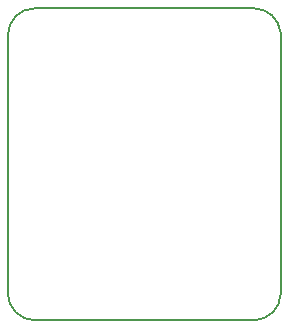
<source format=gbr>
G04 #@! TF.FileFunction,Profile,NP*
%FSLAX46Y46*%
G04 Gerber Fmt 4.6, Leading zero omitted, Abs format (unit mm)*
G04 Created by KiCad (PCBNEW 4.0.7-e2-6376~58~ubuntu16.04.1) date Tue Nov 21 15:05:01 2017*
%MOMM*%
%LPD*%
G01*
G04 APERTURE LIST*
%ADD10C,0.100000*%
%ADD11C,0.150000*%
G04 APERTURE END LIST*
D10*
D11*
X122428000Y-122428000D02*
X103886000Y-122428000D01*
X124714000Y-146558000D02*
X124714000Y-124460000D01*
X103886000Y-148844000D02*
X122428000Y-148844000D01*
X122428000Y-148844000D02*
G75*
G03X124714000Y-146558000I0J2286000D01*
G01*
X124700018Y-124461554D02*
G75*
G03X122428000Y-122428000I-2272018J-252446D01*
G01*
X101600000Y-124714000D02*
X101600000Y-146558000D01*
X103886000Y-122428000D02*
G75*
G03X101600000Y-124714000I0J-2286000D01*
G01*
X101600000Y-146558000D02*
G75*
G03X103886000Y-148844000I2286000J0D01*
G01*
M02*

</source>
